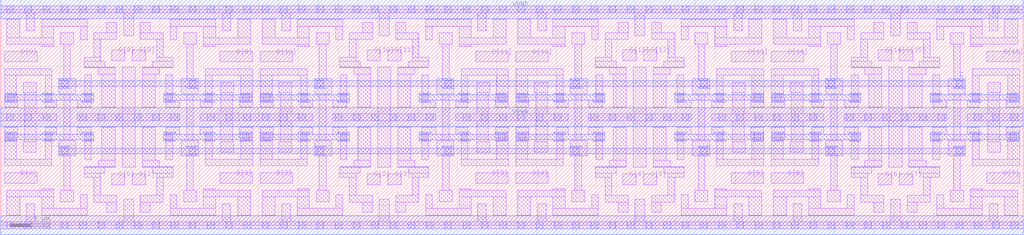
<source format=lef>
# Copyright 2020 The SkyWater PDK Authors
#
# Licensed under the Apache License, Version 2.0 (the "License");
# you may not use this file except in compliance with the License.
# You may obtain a copy of the License at
#
#     https://www.apache.org/licenses/LICENSE-2.0
#
# Unless required by applicable law or agreed to in writing, software
# distributed under the License is distributed on an "AS IS" BASIS,
# WITHOUT WARRANTIES OR CONDITIONS OF ANY KIND, either express or implied.
# See the License for the specific language governing permissions and
# limitations under the License.
#
# SPDX-License-Identifier: Apache-2.0

VERSION 5.7 ;
BUSBITCHARS "[]" ;
DIVIDERCHAR "/" ;
PROPERTYDEFINITIONS
  MACRO maskLayoutSubType STRING ;
  MACRO prCellType STRING ;
  MACRO originalViewName STRING ;
END PROPERTYDEFINITIONS
MACRO sky130_fd_sc_hdll__muxb16to1_2
  ORIGIN  0.000000  0.000000 ;
  CLASS CORE ;
  SYMMETRY X Y R90 ;
  SIZE  25.76000 BY  5.440000 ;
  SITE unithd ;
  PIN D[0]
    DIRECTION INPUT ;
    USE SIGNAL ;
    PORT
      LAYER li1 ;
        RECT 0.095000 1.055000 0.915000 1.325000 ;
    END
  END D[0]
  PIN D[1]
    DIRECTION INPUT ;
    USE SIGNAL ;
    PORT
      LAYER li1 ;
        RECT 5.525000 1.055000 6.345000 1.325000 ;
    END
  END D[1]
  PIN D[2]
    DIRECTION INPUT ;
    USE SIGNAL ;
    PORT
      LAYER li1 ;
        RECT 6.535000 1.055000 7.355000 1.325000 ;
    END
  END D[2]
  PIN D[3]
    DIRECTION INPUT ;
    USE SIGNAL ;
    PORT
      LAYER li1 ;
        RECT 11.965000 1.055000 12.785000 1.325000 ;
    END
  END D[3]
  PIN D[4]
    DIRECTION INPUT ;
    USE SIGNAL ;
    PORT
      LAYER li1 ;
        RECT 12.975000 1.055000 13.795000 1.325000 ;
    END
  END D[4]
  PIN D[5]
    DIRECTION INPUT ;
    USE SIGNAL ;
    PORT
      LAYER li1 ;
        RECT 18.405000 1.055000 19.225000 1.325000 ;
    END
  END D[5]
  PIN D[6]
    DIRECTION INPUT ;
    USE SIGNAL ;
    PORT
      LAYER li1 ;
        RECT 19.415000 1.055000 20.235000 1.325000 ;
    END
  END D[6]
  PIN D[7]
    DIRECTION INPUT ;
    USE SIGNAL ;
    PORT
      LAYER li1 ;
        RECT 24.845000 1.055000 25.665000 1.325000 ;
    END
  END D[7]
  PIN D[8]
    DIRECTION INPUT ;
    USE SIGNAL ;
    PORT
      LAYER li1 ;
        RECT 0.095000 4.115000 0.915000 4.385000 ;
    END
  END D[8]
  PIN D[9]
    DIRECTION INPUT ;
    USE SIGNAL ;
    PORT
      LAYER li1 ;
        RECT 5.525000 4.115000 6.345000 4.385000 ;
    END
  END D[9]
  PIN D[10]
    DIRECTION INPUT ;
    USE SIGNAL ;
    PORT
      LAYER li1 ;
        RECT 6.535000 4.115000 7.355000 4.385000 ;
    END
  END D[10]
  PIN D[11]
    DIRECTION INPUT ;
    USE SIGNAL ;
    PORT
      LAYER li1 ;
        RECT 11.965000 4.115000 12.785000 4.385000 ;
    END
  END D[11]
  PIN D[12]
    DIRECTION INPUT ;
    USE SIGNAL ;
    PORT
      LAYER li1 ;
        RECT 12.975000 4.115000 13.795000 4.385000 ;
    END
  END D[12]
  PIN D[13]
    DIRECTION INPUT ;
    USE SIGNAL ;
    PORT
      LAYER li1 ;
        RECT 18.405000 4.115000 19.225000 4.385000 ;
    END
  END D[13]
  PIN D[14]
    DIRECTION INPUT ;
    USE SIGNAL ;
    PORT
      LAYER li1 ;
        RECT 19.415000 4.115000 20.235000 4.385000 ;
    END
  END D[14]
  PIN D[15]
    DIRECTION INPUT ;
    USE SIGNAL ;
    PORT
      LAYER li1 ;
        RECT 24.845000 4.115000 25.665000 4.385000 ;
    END
  END D[15]
  PIN S[0]
    DIRECTION INPUT ;
    USE SIGNAL ;
    PORT
      LAYER li1 ;
        RECT 2.790000 1.025000 3.125000 1.295000 ;
    END
  END S[0]
  PIN S[1]
    DIRECTION INPUT ;
    USE SIGNAL ;
    PORT
      LAYER li1 ;
        RECT 3.315000 1.025000 3.650000 1.295000 ;
    END
  END S[1]
  PIN S[2]
    DIRECTION INPUT ;
    USE SIGNAL ;
    PORT
      LAYER li1 ;
        RECT 9.230000 1.025000 9.565000 1.295000 ;
    END
  END S[2]
  PIN S[3]
    DIRECTION INPUT ;
    USE SIGNAL ;
    PORT
      LAYER li1 ;
        RECT 9.755000 1.025000 10.090000 1.295000 ;
    END
  END S[3]
  PIN S[4]
    DIRECTION INPUT ;
    USE SIGNAL ;
    PORT
      LAYER li1 ;
        RECT 15.670000 1.025000 16.005000 1.295000 ;
    END
  END S[4]
  PIN S[5]
    DIRECTION INPUT ;
    USE SIGNAL ;
    PORT
      LAYER li1 ;
        RECT 16.195000 1.025000 16.530000 1.295000 ;
    END
  END S[5]
  PIN S[6]
    DIRECTION INPUT ;
    USE SIGNAL ;
    PORT
      LAYER li1 ;
        RECT 22.110000 1.025000 22.445000 1.295000 ;
    END
  END S[6]
  PIN S[7]
    DIRECTION INPUT ;
    USE SIGNAL ;
    PORT
      LAYER li1 ;
        RECT 22.635000 1.025000 22.970000 1.295000 ;
    END
  END S[7]
  PIN S[8]
    DIRECTION INPUT ;
    USE SIGNAL ;
    PORT
      LAYER li1 ;
        RECT 2.790000 4.145000 3.125000 4.415000 ;
    END
  END S[8]
  PIN S[9]
    DIRECTION INPUT ;
    USE SIGNAL ;
    PORT
      LAYER li1 ;
        RECT 3.315000 4.145000 3.650000 4.415000 ;
    END
  END S[9]
  PIN S[10]
    DIRECTION INPUT ;
    USE SIGNAL ;
    PORT
      LAYER li1 ;
        RECT 9.230000 4.145000 9.565000 4.415000 ;
    END
  END S[10]
  PIN S[11]
    DIRECTION INPUT ;
    USE SIGNAL ;
    PORT
      LAYER li1 ;
        RECT 9.755000 4.145000 10.090000 4.415000 ;
    END
  END S[11]
  PIN S[12]
    DIRECTION INPUT ;
    USE SIGNAL ;
    PORT
      LAYER li1 ;
        RECT 15.670000 4.145000 16.005000 4.415000 ;
    END
  END S[12]
  PIN S[13]
    DIRECTION INPUT ;
    USE SIGNAL ;
    PORT
      LAYER li1 ;
        RECT 16.195000 4.145000 16.530000 4.415000 ;
    END
  END S[13]
  PIN S[14]
    DIRECTION INPUT ;
    USE SIGNAL ;
    PORT
      LAYER li1 ;
        RECT 22.110000 4.145000 22.445000 4.415000 ;
    END
  END S[14]
  PIN S[15]
    DIRECTION INPUT ;
    USE SIGNAL ;
    PORT
      LAYER li1 ;
        RECT 22.635000 4.145000 22.970000 4.415000 ;
    END
  END S[15]
  PIN Z
    ANTENNADIFFAREA  1.992000 ;
    DIRECTION OUTPUT ;
    USE SIGNAL ;
    PORT
      LAYER met1 ;
        RECT  1.465000 1.755000  1.755000 1.800000 ;
        RECT  1.465000 1.800000 24.295000 1.940000 ;
        RECT  1.465000 1.940000  1.755000 1.985000 ;
        RECT  1.465000 3.455000  1.755000 3.500000 ;
        RECT  1.465000 3.500000 24.295000 3.640000 ;
        RECT  1.465000 3.640000  1.755000 3.685000 ;
        RECT  4.685000 1.755000  4.975000 1.800000 ;
        RECT  4.685000 1.940000  4.975000 1.985000 ;
        RECT  4.685000 3.455000  4.975000 3.500000 ;
        RECT  4.685000 3.640000  4.975000 3.685000 ;
        RECT  7.905000 1.755000  8.195000 1.800000 ;
        RECT  7.905000 1.940000  8.195000 1.985000 ;
        RECT  7.905000 3.455000  8.195000 3.500000 ;
        RECT  7.905000 3.640000  8.195000 3.685000 ;
        RECT 11.125000 1.755000 11.415000 1.800000 ;
        RECT 11.125000 1.940000 11.415000 1.985000 ;
        RECT 11.125000 3.455000 11.415000 3.500000 ;
        RECT 11.125000 3.640000 11.415000 3.685000 ;
        RECT 14.345000 1.755000 14.635000 1.800000 ;
        RECT 14.345000 1.940000 14.635000 1.985000 ;
        RECT 14.345000 3.455000 14.635000 3.500000 ;
        RECT 14.345000 3.640000 14.635000 3.685000 ;
        RECT 17.565000 1.755000 17.855000 1.800000 ;
        RECT 17.565000 1.940000 17.855000 1.985000 ;
        RECT 17.565000 3.455000 17.855000 3.500000 ;
        RECT 17.565000 3.640000 17.855000 3.685000 ;
        RECT 20.785000 1.755000 21.075000 1.800000 ;
        RECT 20.785000 1.940000 21.075000 1.985000 ;
        RECT 20.785000 3.455000 21.075000 3.500000 ;
        RECT 20.785000 3.640000 21.075000 3.685000 ;
        RECT 24.005000 1.755000 24.295000 1.800000 ;
        RECT 24.005000 1.940000 24.295000 1.985000 ;
        RECT 24.005000 3.455000 24.295000 3.500000 ;
        RECT 24.005000 3.640000 24.295000 3.685000 ;
    END
  END Z
  PIN VGND
    DIRECTION INOUT ;
    USE GROUND ;
    PORT
      LAYER met1 ;
        RECT 0.000000 -0.240000 25.760000 0.240000 ;
        RECT 0.000000  5.200000 25.760000 5.680000 ;
    END
  END VGND
  PIN VNB
    DIRECTION INOUT ;
    USE GROUND ;
    PORT
    END
  END VNB
  PIN VPB
    DIRECTION INOUT ;
    USE POWER ;
    PORT
    END
  END VPB
  PIN VPWR
    DIRECTION INOUT ;
    USE POWER ;
    PORT
      LAYER met1 ;
        RECT 0.000000 2.480000 25.760000 2.960000 ;
    END
  END VPWR
  OBS
    LAYER li1 ;
      RECT  0.000000 -0.085000 25.760000 0.085000 ;
      RECT  0.000000  2.635000  1.415000 2.805000 ;
      RECT  0.000000  5.355000 25.760000 5.525000 ;
      RECT  0.095000  1.495000  1.285000 1.665000 ;
      RECT  0.095000  1.665000  0.395000 2.210000 ;
      RECT  0.095000  2.210000  0.425000 2.465000 ;
      RECT  0.095000  2.975000  0.425000 3.230000 ;
      RECT  0.095000  3.230000  0.395000 3.775000 ;
      RECT  0.095000  3.775000  1.285000 3.945000 ;
      RECT  0.145000  0.255000  0.475000 0.715000 ;
      RECT  0.145000  0.715000  1.335000 0.885000 ;
      RECT  0.145000  4.555000  1.335000 4.725000 ;
      RECT  0.145000  4.725000  0.475000 5.185000 ;
      RECT  0.565000  1.835000  0.895000 2.105000 ;
      RECT  0.565000  3.335000  0.895000 3.605000 ;
      RECT  0.595000  2.105000  0.895000 2.635000 ;
      RECT  0.595000  2.805000  0.895000 3.335000 ;
      RECT  0.645000  0.085000  0.860000 0.545000 ;
      RECT  0.645000  4.895000  0.860000 5.355000 ;
      RECT  1.030000  0.255000  2.175000 0.425000 ;
      RECT  1.030000  0.425000  1.335000 0.715000 ;
      RECT  1.030000  0.885000  1.335000 0.925000 ;
      RECT  1.030000  4.515000  1.335000 4.555000 ;
      RECT  1.030000  4.725000  1.335000 5.015000 ;
      RECT  1.030000  5.015000  2.175000 5.185000 ;
      RECT  1.115000  1.665000  1.285000 2.295000 ;
      RECT  1.115000  2.295000  1.415000 2.465000 ;
      RECT  1.115000  2.975000  1.415000 3.145000 ;
      RECT  1.115000  3.145000  1.285000 3.775000 ;
      RECT  1.465000  1.755000  1.895000 2.125000 ;
      RECT  1.465000  3.315000  1.895000 3.685000 ;
      RECT  1.505000  0.595000  1.835000 0.885000 ;
      RECT  1.505000  4.555000  1.835000 4.845000 ;
      RECT  1.585000  0.885000  1.755000 1.755000 ;
      RECT  1.585000  2.125000  1.755000 3.315000 ;
      RECT  1.585000  3.685000  1.755000 4.555000 ;
      RECT  1.925000  2.295000  2.280000 2.465000 ;
      RECT  1.925000  2.635000  4.515000 2.805000 ;
      RECT  1.925000  2.975000  2.280000 3.145000 ;
      RECT  2.005000  0.425000  2.175000 0.770000 ;
      RECT  2.005000  4.670000  2.175000 5.015000 ;
      RECT  2.100000  1.205000  2.515000 1.305000 ;
      RECT  2.100000  1.305000  2.620000 1.465000 ;
      RECT  2.100000  1.465000  2.880000 1.475000 ;
      RECT  2.100000  3.965000  2.880000 3.975000 ;
      RECT  2.100000  3.975000  2.620000 4.135000 ;
      RECT  2.100000  4.135000  2.515000 4.235000 ;
      RECT  2.110000  1.645000  2.280000 2.295000 ;
      RECT  2.110000  3.145000  2.280000 3.795000 ;
      RECT  2.345000  0.585000  2.925000 0.755000 ;
      RECT  2.345000  0.755000  2.515000 1.205000 ;
      RECT  2.345000  4.235000  2.515000 4.685000 ;
      RECT  2.345000  4.685000  2.925000 4.855000 ;
      RECT  2.450000  1.475000  2.880000 1.635000 ;
      RECT  2.450000  3.805000  2.880000 3.965000 ;
      RECT  2.550000  1.635000  2.880000 2.465000 ;
      RECT  2.550000  2.975000  2.880000 3.805000 ;
      RECT  2.675000  0.330000  2.925000 0.585000 ;
      RECT  2.675000  4.855000  2.925000 5.110000 ;
      RECT  3.055000  1.465000  3.385000 2.635000 ;
      RECT  3.055000  2.805000  3.385000 3.975000 ;
      RECT  3.095000  0.085000  3.345000 0.660000 ;
      RECT  3.095000  4.780000  3.345000 5.355000 ;
      RECT  3.515000  0.330000  3.765000 0.585000 ;
      RECT  3.515000  0.585000  4.095000 0.755000 ;
      RECT  3.515000  4.685000  4.095000 4.855000 ;
      RECT  3.515000  4.855000  3.765000 5.110000 ;
      RECT  3.560000  1.465000  4.340000 1.475000 ;
      RECT  3.560000  1.475000  3.990000 1.635000 ;
      RECT  3.560000  1.635000  3.890000 2.465000 ;
      RECT  3.560000  2.975000  3.890000 3.805000 ;
      RECT  3.560000  3.805000  3.990000 3.965000 ;
      RECT  3.560000  3.965000  4.340000 3.975000 ;
      RECT  3.820000  1.305000  4.340000 1.465000 ;
      RECT  3.820000  3.975000  4.340000 4.135000 ;
      RECT  3.925000  0.755000  4.095000 1.205000 ;
      RECT  3.925000  1.205000  4.340000 1.305000 ;
      RECT  3.925000  4.135000  4.340000 4.235000 ;
      RECT  3.925000  4.235000  4.095000 4.685000 ;
      RECT  4.160000  1.645000  4.330000 2.295000 ;
      RECT  4.160000  2.295000  4.515000 2.465000 ;
      RECT  4.160000  2.975000  4.515000 3.145000 ;
      RECT  4.160000  3.145000  4.330000 3.795000 ;
      RECT  4.265000  0.255000  5.410000 0.425000 ;
      RECT  4.265000  0.425000  4.435000 0.770000 ;
      RECT  4.265000  4.670000  4.435000 5.015000 ;
      RECT  4.265000  5.015000  5.410000 5.185000 ;
      RECT  4.545000  1.755000  4.975000 2.125000 ;
      RECT  4.545000  3.315000  4.975000 3.685000 ;
      RECT  4.605000  0.595000  4.935000 0.885000 ;
      RECT  4.605000  4.555000  4.935000 4.845000 ;
      RECT  4.685000  0.885000  4.855000 1.755000 ;
      RECT  4.685000  2.125000  4.855000 3.315000 ;
      RECT  4.685000  3.685000  4.855000 4.555000 ;
      RECT  5.025000  2.295000  5.325000 2.465000 ;
      RECT  5.025000  2.635000  7.855000 2.805000 ;
      RECT  5.025000  2.975000  5.325000 3.145000 ;
      RECT  5.105000  0.425000  5.410000 0.715000 ;
      RECT  5.105000  0.715000  6.295000 0.885000 ;
      RECT  5.105000  0.885000  5.410000 0.925000 ;
      RECT  5.105000  4.515000  5.410000 4.555000 ;
      RECT  5.105000  4.555000  6.295000 4.725000 ;
      RECT  5.105000  4.725000  5.410000 5.015000 ;
      RECT  5.155000  1.495000  6.345000 1.665000 ;
      RECT  5.155000  1.665000  5.325000 2.295000 ;
      RECT  5.155000  3.145000  5.325000 3.775000 ;
      RECT  5.155000  3.775000  6.345000 3.945000 ;
      RECT  5.545000  1.835000  5.875000 2.105000 ;
      RECT  5.545000  2.105000  5.845000 2.635000 ;
      RECT  5.545000  2.805000  5.845000 3.335000 ;
      RECT  5.545000  3.335000  5.875000 3.605000 ;
      RECT  5.580000  0.085000  5.795000 0.545000 ;
      RECT  5.580000  4.895000  5.795000 5.355000 ;
      RECT  5.965000  0.255000  6.295000 0.715000 ;
      RECT  5.965000  4.725000  6.295000 5.185000 ;
      RECT  6.015000  2.210000  6.345000 2.465000 ;
      RECT  6.015000  2.975000  6.345000 3.230000 ;
      RECT  6.045000  1.665000  6.345000 2.210000 ;
      RECT  6.045000  3.230000  6.345000 3.775000 ;
      RECT  6.535000  1.495000  7.725000 1.665000 ;
      RECT  6.535000  1.665000  6.835000 2.210000 ;
      RECT  6.535000  2.210000  6.865000 2.465000 ;
      RECT  6.535000  2.975000  6.865000 3.230000 ;
      RECT  6.535000  3.230000  6.835000 3.775000 ;
      RECT  6.535000  3.775000  7.725000 3.945000 ;
      RECT  6.585000  0.255000  6.915000 0.715000 ;
      RECT  6.585000  0.715000  7.775000 0.885000 ;
      RECT  6.585000  4.555000  7.775000 4.725000 ;
      RECT  6.585000  4.725000  6.915000 5.185000 ;
      RECT  7.005000  1.835000  7.335000 2.105000 ;
      RECT  7.005000  3.335000  7.335000 3.605000 ;
      RECT  7.035000  2.105000  7.335000 2.635000 ;
      RECT  7.035000  2.805000  7.335000 3.335000 ;
      RECT  7.085000  0.085000  7.300000 0.545000 ;
      RECT  7.085000  4.895000  7.300000 5.355000 ;
      RECT  7.470000  0.255000  8.615000 0.425000 ;
      RECT  7.470000  0.425000  7.775000 0.715000 ;
      RECT  7.470000  0.885000  7.775000 0.925000 ;
      RECT  7.470000  4.515000  7.775000 4.555000 ;
      RECT  7.470000  4.725000  7.775000 5.015000 ;
      RECT  7.470000  5.015000  8.615000 5.185000 ;
      RECT  7.555000  1.665000  7.725000 2.295000 ;
      RECT  7.555000  2.295000  7.855000 2.465000 ;
      RECT  7.555000  2.975000  7.855000 3.145000 ;
      RECT  7.555000  3.145000  7.725000 3.775000 ;
      RECT  7.905000  1.755000  8.335000 2.125000 ;
      RECT  7.905000  3.315000  8.335000 3.685000 ;
      RECT  7.945000  0.595000  8.275000 0.885000 ;
      RECT  7.945000  4.555000  8.275000 4.845000 ;
      RECT  8.025000  0.885000  8.195000 1.755000 ;
      RECT  8.025000  2.125000  8.195000 3.315000 ;
      RECT  8.025000  3.685000  8.195000 4.555000 ;
      RECT  8.365000  2.295000  8.720000 2.465000 ;
      RECT  8.365000  2.635000 10.955000 2.805000 ;
      RECT  8.365000  2.975000  8.720000 3.145000 ;
      RECT  8.445000  0.425000  8.615000 0.770000 ;
      RECT  8.445000  4.670000  8.615000 5.015000 ;
      RECT  8.540000  1.205000  8.955000 1.305000 ;
      RECT  8.540000  1.305000  9.060000 1.465000 ;
      RECT  8.540000  1.465000  9.320000 1.475000 ;
      RECT  8.540000  3.965000  9.320000 3.975000 ;
      RECT  8.540000  3.975000  9.060000 4.135000 ;
      RECT  8.540000  4.135000  8.955000 4.235000 ;
      RECT  8.550000  1.645000  8.720000 2.295000 ;
      RECT  8.550000  3.145000  8.720000 3.795000 ;
      RECT  8.785000  0.585000  9.365000 0.755000 ;
      RECT  8.785000  0.755000  8.955000 1.205000 ;
      RECT  8.785000  4.235000  8.955000 4.685000 ;
      RECT  8.785000  4.685000  9.365000 4.855000 ;
      RECT  8.890000  1.475000  9.320000 1.635000 ;
      RECT  8.890000  3.805000  9.320000 3.965000 ;
      RECT  8.990000  1.635000  9.320000 2.465000 ;
      RECT  8.990000  2.975000  9.320000 3.805000 ;
      RECT  9.115000  0.330000  9.365000 0.585000 ;
      RECT  9.115000  4.855000  9.365000 5.110000 ;
      RECT  9.495000  1.465000  9.825000 2.635000 ;
      RECT  9.495000  2.805000  9.825000 3.975000 ;
      RECT  9.535000  0.085000  9.785000 0.660000 ;
      RECT  9.535000  4.780000  9.785000 5.355000 ;
      RECT  9.955000  0.330000 10.205000 0.585000 ;
      RECT  9.955000  0.585000 10.535000 0.755000 ;
      RECT  9.955000  4.685000 10.535000 4.855000 ;
      RECT  9.955000  4.855000 10.205000 5.110000 ;
      RECT 10.000000  1.465000 10.780000 1.475000 ;
      RECT 10.000000  1.475000 10.430000 1.635000 ;
      RECT 10.000000  1.635000 10.330000 2.465000 ;
      RECT 10.000000  2.975000 10.330000 3.805000 ;
      RECT 10.000000  3.805000 10.430000 3.965000 ;
      RECT 10.000000  3.965000 10.780000 3.975000 ;
      RECT 10.260000  1.305000 10.780000 1.465000 ;
      RECT 10.260000  3.975000 10.780000 4.135000 ;
      RECT 10.365000  0.755000 10.535000 1.205000 ;
      RECT 10.365000  1.205000 10.780000 1.305000 ;
      RECT 10.365000  4.135000 10.780000 4.235000 ;
      RECT 10.365000  4.235000 10.535000 4.685000 ;
      RECT 10.600000  1.645000 10.770000 2.295000 ;
      RECT 10.600000  2.295000 10.955000 2.465000 ;
      RECT 10.600000  2.975000 10.955000 3.145000 ;
      RECT 10.600000  3.145000 10.770000 3.795000 ;
      RECT 10.705000  0.255000 11.850000 0.425000 ;
      RECT 10.705000  0.425000 10.875000 0.770000 ;
      RECT 10.705000  4.670000 10.875000 5.015000 ;
      RECT 10.705000  5.015000 11.850000 5.185000 ;
      RECT 10.985000  1.755000 11.415000 2.125000 ;
      RECT 10.985000  3.315000 11.415000 3.685000 ;
      RECT 11.045000  0.595000 11.375000 0.885000 ;
      RECT 11.045000  4.555000 11.375000 4.845000 ;
      RECT 11.125000  0.885000 11.295000 1.755000 ;
      RECT 11.125000  2.125000 11.295000 3.315000 ;
      RECT 11.125000  3.685000 11.295000 4.555000 ;
      RECT 11.465000  2.295000 11.765000 2.465000 ;
      RECT 11.465000  2.635000 14.295000 2.805000 ;
      RECT 11.465000  2.975000 11.765000 3.145000 ;
      RECT 11.545000  0.425000 11.850000 0.715000 ;
      RECT 11.545000  0.715000 12.735000 0.885000 ;
      RECT 11.545000  0.885000 11.850000 0.925000 ;
      RECT 11.545000  4.515000 11.850000 4.555000 ;
      RECT 11.545000  4.555000 12.735000 4.725000 ;
      RECT 11.545000  4.725000 11.850000 5.015000 ;
      RECT 11.595000  1.495000 12.785000 1.665000 ;
      RECT 11.595000  1.665000 11.765000 2.295000 ;
      RECT 11.595000  3.145000 11.765000 3.775000 ;
      RECT 11.595000  3.775000 12.785000 3.945000 ;
      RECT 11.985000  1.835000 12.315000 2.105000 ;
      RECT 11.985000  2.105000 12.285000 2.635000 ;
      RECT 11.985000  2.805000 12.285000 3.335000 ;
      RECT 11.985000  3.335000 12.315000 3.605000 ;
      RECT 12.020000  0.085000 12.235000 0.545000 ;
      RECT 12.020000  4.895000 12.235000 5.355000 ;
      RECT 12.405000  0.255000 12.735000 0.715000 ;
      RECT 12.405000  4.725000 12.735000 5.185000 ;
      RECT 12.455000  2.210000 12.785000 2.465000 ;
      RECT 12.455000  2.975000 12.785000 3.230000 ;
      RECT 12.485000  1.665000 12.785000 2.210000 ;
      RECT 12.485000  3.230000 12.785000 3.775000 ;
      RECT 12.975000  1.495000 14.165000 1.665000 ;
      RECT 12.975000  1.665000 13.275000 2.210000 ;
      RECT 12.975000  2.210000 13.305000 2.465000 ;
      RECT 12.975000  2.975000 13.305000 3.230000 ;
      RECT 12.975000  3.230000 13.275000 3.775000 ;
      RECT 12.975000  3.775000 14.165000 3.945000 ;
      RECT 13.025000  0.255000 13.355000 0.715000 ;
      RECT 13.025000  0.715000 14.215000 0.885000 ;
      RECT 13.025000  4.555000 14.215000 4.725000 ;
      RECT 13.025000  4.725000 13.355000 5.185000 ;
      RECT 13.445000  1.835000 13.775000 2.105000 ;
      RECT 13.445000  3.335000 13.775000 3.605000 ;
      RECT 13.475000  2.105000 13.775000 2.635000 ;
      RECT 13.475000  2.805000 13.775000 3.335000 ;
      RECT 13.525000  0.085000 13.740000 0.545000 ;
      RECT 13.525000  4.895000 13.740000 5.355000 ;
      RECT 13.910000  0.255000 15.055000 0.425000 ;
      RECT 13.910000  0.425000 14.215000 0.715000 ;
      RECT 13.910000  0.885000 14.215000 0.925000 ;
      RECT 13.910000  4.515000 14.215000 4.555000 ;
      RECT 13.910000  4.725000 14.215000 5.015000 ;
      RECT 13.910000  5.015000 15.055000 5.185000 ;
      RECT 13.995000  1.665000 14.165000 2.295000 ;
      RECT 13.995000  2.295000 14.295000 2.465000 ;
      RECT 13.995000  2.975000 14.295000 3.145000 ;
      RECT 13.995000  3.145000 14.165000 3.775000 ;
      RECT 14.345000  1.755000 14.775000 2.125000 ;
      RECT 14.345000  3.315000 14.775000 3.685000 ;
      RECT 14.385000  0.595000 14.715000 0.885000 ;
      RECT 14.385000  4.555000 14.715000 4.845000 ;
      RECT 14.465000  0.885000 14.635000 1.755000 ;
      RECT 14.465000  2.125000 14.635000 3.315000 ;
      RECT 14.465000  3.685000 14.635000 4.555000 ;
      RECT 14.805000  2.295000 15.160000 2.465000 ;
      RECT 14.805000  2.635000 17.395000 2.805000 ;
      RECT 14.805000  2.975000 15.160000 3.145000 ;
      RECT 14.885000  0.425000 15.055000 0.770000 ;
      RECT 14.885000  4.670000 15.055000 5.015000 ;
      RECT 14.980000  1.205000 15.395000 1.305000 ;
      RECT 14.980000  1.305000 15.500000 1.465000 ;
      RECT 14.980000  1.465000 15.760000 1.475000 ;
      RECT 14.980000  3.965000 15.760000 3.975000 ;
      RECT 14.980000  3.975000 15.500000 4.135000 ;
      RECT 14.980000  4.135000 15.395000 4.235000 ;
      RECT 14.990000  1.645000 15.160000 2.295000 ;
      RECT 14.990000  3.145000 15.160000 3.795000 ;
      RECT 15.225000  0.585000 15.805000 0.755000 ;
      RECT 15.225000  0.755000 15.395000 1.205000 ;
      RECT 15.225000  4.235000 15.395000 4.685000 ;
      RECT 15.225000  4.685000 15.805000 4.855000 ;
      RECT 15.330000  1.475000 15.760000 1.635000 ;
      RECT 15.330000  3.805000 15.760000 3.965000 ;
      RECT 15.430000  1.635000 15.760000 2.465000 ;
      RECT 15.430000  2.975000 15.760000 3.805000 ;
      RECT 15.555000  0.330000 15.805000 0.585000 ;
      RECT 15.555000  4.855000 15.805000 5.110000 ;
      RECT 15.935000  1.465000 16.265000 2.635000 ;
      RECT 15.935000  2.805000 16.265000 3.975000 ;
      RECT 15.975000  0.085000 16.225000 0.660000 ;
      RECT 15.975000  4.780000 16.225000 5.355000 ;
      RECT 16.395000  0.330000 16.645000 0.585000 ;
      RECT 16.395000  0.585000 16.975000 0.755000 ;
      RECT 16.395000  4.685000 16.975000 4.855000 ;
      RECT 16.395000  4.855000 16.645000 5.110000 ;
      RECT 16.440000  1.465000 17.220000 1.475000 ;
      RECT 16.440000  1.475000 16.870000 1.635000 ;
      RECT 16.440000  1.635000 16.770000 2.465000 ;
      RECT 16.440000  2.975000 16.770000 3.805000 ;
      RECT 16.440000  3.805000 16.870000 3.965000 ;
      RECT 16.440000  3.965000 17.220000 3.975000 ;
      RECT 16.700000  1.305000 17.220000 1.465000 ;
      RECT 16.700000  3.975000 17.220000 4.135000 ;
      RECT 16.805000  0.755000 16.975000 1.205000 ;
      RECT 16.805000  1.205000 17.220000 1.305000 ;
      RECT 16.805000  4.135000 17.220000 4.235000 ;
      RECT 16.805000  4.235000 16.975000 4.685000 ;
      RECT 17.040000  1.645000 17.210000 2.295000 ;
      RECT 17.040000  2.295000 17.395000 2.465000 ;
      RECT 17.040000  2.975000 17.395000 3.145000 ;
      RECT 17.040000  3.145000 17.210000 3.795000 ;
      RECT 17.145000  0.255000 18.290000 0.425000 ;
      RECT 17.145000  0.425000 17.315000 0.770000 ;
      RECT 17.145000  4.670000 17.315000 5.015000 ;
      RECT 17.145000  5.015000 18.290000 5.185000 ;
      RECT 17.425000  1.755000 17.855000 2.125000 ;
      RECT 17.425000  3.315000 17.855000 3.685000 ;
      RECT 17.485000  0.595000 17.815000 0.885000 ;
      RECT 17.485000  4.555000 17.815000 4.845000 ;
      RECT 17.565000  0.885000 17.735000 1.755000 ;
      RECT 17.565000  2.125000 17.735000 3.315000 ;
      RECT 17.565000  3.685000 17.735000 4.555000 ;
      RECT 17.905000  2.295000 18.205000 2.465000 ;
      RECT 17.905000  2.635000 20.735000 2.805000 ;
      RECT 17.905000  2.975000 18.205000 3.145000 ;
      RECT 17.985000  0.425000 18.290000 0.715000 ;
      RECT 17.985000  0.715000 19.175000 0.885000 ;
      RECT 17.985000  0.885000 18.290000 0.925000 ;
      RECT 17.985000  4.515000 18.290000 4.555000 ;
      RECT 17.985000  4.555000 19.175000 4.725000 ;
      RECT 17.985000  4.725000 18.290000 5.015000 ;
      RECT 18.035000  1.495000 19.225000 1.665000 ;
      RECT 18.035000  1.665000 18.205000 2.295000 ;
      RECT 18.035000  3.145000 18.205000 3.775000 ;
      RECT 18.035000  3.775000 19.225000 3.945000 ;
      RECT 18.425000  1.835000 18.755000 2.105000 ;
      RECT 18.425000  2.105000 18.725000 2.635000 ;
      RECT 18.425000  2.805000 18.725000 3.335000 ;
      RECT 18.425000  3.335000 18.755000 3.605000 ;
      RECT 18.460000  0.085000 18.675000 0.545000 ;
      RECT 18.460000  4.895000 18.675000 5.355000 ;
      RECT 18.845000  0.255000 19.175000 0.715000 ;
      RECT 18.845000  4.725000 19.175000 5.185000 ;
      RECT 18.895000  2.210000 19.225000 2.465000 ;
      RECT 18.895000  2.975000 19.225000 3.230000 ;
      RECT 18.925000  1.665000 19.225000 2.210000 ;
      RECT 18.925000  3.230000 19.225000 3.775000 ;
      RECT 19.415000  1.495000 20.605000 1.665000 ;
      RECT 19.415000  1.665000 19.715000 2.210000 ;
      RECT 19.415000  2.210000 19.745000 2.465000 ;
      RECT 19.415000  2.975000 19.745000 3.230000 ;
      RECT 19.415000  3.230000 19.715000 3.775000 ;
      RECT 19.415000  3.775000 20.605000 3.945000 ;
      RECT 19.465000  0.255000 19.795000 0.715000 ;
      RECT 19.465000  0.715000 20.655000 0.885000 ;
      RECT 19.465000  4.555000 20.655000 4.725000 ;
      RECT 19.465000  4.725000 19.795000 5.185000 ;
      RECT 19.885000  1.835000 20.215000 2.105000 ;
      RECT 19.885000  3.335000 20.215000 3.605000 ;
      RECT 19.915000  2.105000 20.215000 2.635000 ;
      RECT 19.915000  2.805000 20.215000 3.335000 ;
      RECT 19.965000  0.085000 20.180000 0.545000 ;
      RECT 19.965000  4.895000 20.180000 5.355000 ;
      RECT 20.350000  0.255000 21.495000 0.425000 ;
      RECT 20.350000  0.425000 20.655000 0.715000 ;
      RECT 20.350000  0.885000 20.655000 0.925000 ;
      RECT 20.350000  4.515000 20.655000 4.555000 ;
      RECT 20.350000  4.725000 20.655000 5.015000 ;
      RECT 20.350000  5.015000 21.495000 5.185000 ;
      RECT 20.435000  1.665000 20.605000 2.295000 ;
      RECT 20.435000  2.295000 20.735000 2.465000 ;
      RECT 20.435000  2.975000 20.735000 3.145000 ;
      RECT 20.435000  3.145000 20.605000 3.775000 ;
      RECT 20.785000  1.755000 21.215000 2.125000 ;
      RECT 20.785000  3.315000 21.215000 3.685000 ;
      RECT 20.825000  0.595000 21.155000 0.885000 ;
      RECT 20.825000  4.555000 21.155000 4.845000 ;
      RECT 20.905000  0.885000 21.075000 1.755000 ;
      RECT 20.905000  2.125000 21.075000 3.315000 ;
      RECT 20.905000  3.685000 21.075000 4.555000 ;
      RECT 21.245000  2.295000 21.600000 2.465000 ;
      RECT 21.245000  2.635000 23.835000 2.805000 ;
      RECT 21.245000  2.975000 21.600000 3.145000 ;
      RECT 21.325000  0.425000 21.495000 0.770000 ;
      RECT 21.325000  4.670000 21.495000 5.015000 ;
      RECT 21.420000  1.205000 21.835000 1.305000 ;
      RECT 21.420000  1.305000 21.940000 1.465000 ;
      RECT 21.420000  1.465000 22.200000 1.475000 ;
      RECT 21.420000  3.965000 22.200000 3.975000 ;
      RECT 21.420000  3.975000 21.940000 4.135000 ;
      RECT 21.420000  4.135000 21.835000 4.235000 ;
      RECT 21.430000  1.645000 21.600000 2.295000 ;
      RECT 21.430000  3.145000 21.600000 3.795000 ;
      RECT 21.665000  0.585000 22.245000 0.755000 ;
      RECT 21.665000  0.755000 21.835000 1.205000 ;
      RECT 21.665000  4.235000 21.835000 4.685000 ;
      RECT 21.665000  4.685000 22.245000 4.855000 ;
      RECT 21.770000  1.475000 22.200000 1.635000 ;
      RECT 21.770000  3.805000 22.200000 3.965000 ;
      RECT 21.870000  1.635000 22.200000 2.465000 ;
      RECT 21.870000  2.975000 22.200000 3.805000 ;
      RECT 21.995000  0.330000 22.245000 0.585000 ;
      RECT 21.995000  4.855000 22.245000 5.110000 ;
      RECT 22.375000  1.465000 22.705000 2.635000 ;
      RECT 22.375000  2.805000 22.705000 3.975000 ;
      RECT 22.415000  0.085000 22.665000 0.660000 ;
      RECT 22.415000  4.780000 22.665000 5.355000 ;
      RECT 22.835000  0.330000 23.085000 0.585000 ;
      RECT 22.835000  0.585000 23.415000 0.755000 ;
      RECT 22.835000  4.685000 23.415000 4.855000 ;
      RECT 22.835000  4.855000 23.085000 5.110000 ;
      RECT 22.880000  1.465000 23.660000 1.475000 ;
      RECT 22.880000  1.475000 23.310000 1.635000 ;
      RECT 22.880000  1.635000 23.210000 2.465000 ;
      RECT 22.880000  2.975000 23.210000 3.805000 ;
      RECT 22.880000  3.805000 23.310000 3.965000 ;
      RECT 22.880000  3.965000 23.660000 3.975000 ;
      RECT 23.140000  1.305000 23.660000 1.465000 ;
      RECT 23.140000  3.975000 23.660000 4.135000 ;
      RECT 23.245000  0.755000 23.415000 1.205000 ;
      RECT 23.245000  1.205000 23.660000 1.305000 ;
      RECT 23.245000  4.135000 23.660000 4.235000 ;
      RECT 23.245000  4.235000 23.415000 4.685000 ;
      RECT 23.480000  1.645000 23.650000 2.295000 ;
      RECT 23.480000  2.295000 23.835000 2.465000 ;
      RECT 23.480000  2.975000 23.835000 3.145000 ;
      RECT 23.480000  3.145000 23.650000 3.795000 ;
      RECT 23.585000  0.255000 24.730000 0.425000 ;
      RECT 23.585000  0.425000 23.755000 0.770000 ;
      RECT 23.585000  4.670000 23.755000 5.015000 ;
      RECT 23.585000  5.015000 24.730000 5.185000 ;
      RECT 23.865000  1.755000 24.295000 2.125000 ;
      RECT 23.865000  3.315000 24.295000 3.685000 ;
      RECT 23.925000  0.595000 24.255000 0.885000 ;
      RECT 23.925000  4.555000 24.255000 4.845000 ;
      RECT 24.005000  0.885000 24.175000 1.755000 ;
      RECT 24.005000  2.125000 24.175000 3.315000 ;
      RECT 24.005000  3.685000 24.175000 4.555000 ;
      RECT 24.345000  2.295000 24.645000 2.465000 ;
      RECT 24.345000  2.635000 25.760000 2.805000 ;
      RECT 24.345000  2.975000 24.645000 3.145000 ;
      RECT 24.425000  0.425000 24.730000 0.715000 ;
      RECT 24.425000  0.715000 25.615000 0.885000 ;
      RECT 24.425000  0.885000 24.730000 0.925000 ;
      RECT 24.425000  4.515000 24.730000 4.555000 ;
      RECT 24.425000  4.555000 25.615000 4.725000 ;
      RECT 24.425000  4.725000 24.730000 5.015000 ;
      RECT 24.475000  1.495000 25.665000 1.665000 ;
      RECT 24.475000  1.665000 24.645000 2.295000 ;
      RECT 24.475000  3.145000 24.645000 3.775000 ;
      RECT 24.475000  3.775000 25.665000 3.945000 ;
      RECT 24.865000  1.835000 25.195000 2.105000 ;
      RECT 24.865000  2.105000 25.165000 2.635000 ;
      RECT 24.865000  2.805000 25.165000 3.335000 ;
      RECT 24.865000  3.335000 25.195000 3.605000 ;
      RECT 24.900000  0.085000 25.115000 0.545000 ;
      RECT 24.900000  4.895000 25.115000 5.355000 ;
      RECT 25.285000  0.255000 25.615000 0.715000 ;
      RECT 25.285000  4.725000 25.615000 5.185000 ;
      RECT 25.335000  2.210000 25.665000 2.465000 ;
      RECT 25.335000  2.975000 25.665000 3.230000 ;
      RECT 25.365000  1.665000 25.665000 2.210000 ;
      RECT 25.365000  3.230000 25.665000 3.775000 ;
    LAYER mcon ;
      RECT  0.145000 -0.085000  0.315000 0.085000 ;
      RECT  0.145000  2.635000  0.315000 2.805000 ;
      RECT  0.145000  5.355000  0.315000 5.525000 ;
      RECT  0.175000  2.140000  0.345000 2.310000 ;
      RECT  0.175000  3.130000  0.345000 3.300000 ;
      RECT  0.605000 -0.085000  0.775000 0.085000 ;
      RECT  0.605000  2.635000  0.775000 2.805000 ;
      RECT  0.605000  5.355000  0.775000 5.525000 ;
      RECT  1.065000 -0.085000  1.235000 0.085000 ;
      RECT  1.065000  2.635000  1.235000 2.805000 ;
      RECT  1.065000  5.355000  1.235000 5.525000 ;
      RECT  1.115000  2.140000  1.285000 2.310000 ;
      RECT  1.115000  3.130000  1.285000 3.300000 ;
      RECT  1.525000 -0.085000  1.695000 0.085000 ;
      RECT  1.525000  1.785000  1.695000 1.955000 ;
      RECT  1.525000  3.485000  1.695000 3.655000 ;
      RECT  1.525000  5.355000  1.695000 5.525000 ;
      RECT  1.985000 -0.085000  2.155000 0.085000 ;
      RECT  1.985000  2.635000  2.155000 2.805000 ;
      RECT  1.985000  5.355000  2.155000 5.525000 ;
      RECT  2.110000  2.140000  2.280000 2.310000 ;
      RECT  2.110000  3.130000  2.280000 3.300000 ;
      RECT  2.445000 -0.085000  2.615000 0.085000 ;
      RECT  2.445000  2.635000  2.615000 2.805000 ;
      RECT  2.445000  5.355000  2.615000 5.525000 ;
      RECT  2.905000 -0.085000  3.075000 0.085000 ;
      RECT  2.905000  2.635000  3.075000 2.805000 ;
      RECT  2.905000  5.355000  3.075000 5.525000 ;
      RECT  3.365000 -0.085000  3.535000 0.085000 ;
      RECT  3.365000  2.635000  3.535000 2.805000 ;
      RECT  3.365000  5.355000  3.535000 5.525000 ;
      RECT  3.825000 -0.085000  3.995000 0.085000 ;
      RECT  3.825000  2.635000  3.995000 2.805000 ;
      RECT  3.825000  5.355000  3.995000 5.525000 ;
      RECT  4.160000  2.140000  4.330000 2.310000 ;
      RECT  4.160000  3.130000  4.330000 3.300000 ;
      RECT  4.285000 -0.085000  4.455000 0.085000 ;
      RECT  4.285000  2.635000  4.455000 2.805000 ;
      RECT  4.285000  5.355000  4.455000 5.525000 ;
      RECT  4.745000 -0.085000  4.915000 0.085000 ;
      RECT  4.745000  1.785000  4.915000 1.955000 ;
      RECT  4.745000  3.485000  4.915000 3.655000 ;
      RECT  4.745000  5.355000  4.915000 5.525000 ;
      RECT  5.155000  2.140000  5.325000 2.310000 ;
      RECT  5.155000  3.130000  5.325000 3.300000 ;
      RECT  5.205000 -0.085000  5.375000 0.085000 ;
      RECT  5.205000  2.635000  5.375000 2.805000 ;
      RECT  5.205000  5.355000  5.375000 5.525000 ;
      RECT  5.665000 -0.085000  5.835000 0.085000 ;
      RECT  5.665000  2.635000  5.835000 2.805000 ;
      RECT  5.665000  5.355000  5.835000 5.525000 ;
      RECT  6.095000  2.140000  6.265000 2.310000 ;
      RECT  6.095000  3.130000  6.265000 3.300000 ;
      RECT  6.125000 -0.085000  6.295000 0.085000 ;
      RECT  6.125000  2.635000  6.295000 2.805000 ;
      RECT  6.125000  5.355000  6.295000 5.525000 ;
      RECT  6.585000 -0.085000  6.755000 0.085000 ;
      RECT  6.585000  2.635000  6.755000 2.805000 ;
      RECT  6.585000  5.355000  6.755000 5.525000 ;
      RECT  6.615000  2.140000  6.785000 2.310000 ;
      RECT  6.615000  3.130000  6.785000 3.300000 ;
      RECT  7.045000 -0.085000  7.215000 0.085000 ;
      RECT  7.045000  2.635000  7.215000 2.805000 ;
      RECT  7.045000  5.355000  7.215000 5.525000 ;
      RECT  7.505000 -0.085000  7.675000 0.085000 ;
      RECT  7.505000  2.635000  7.675000 2.805000 ;
      RECT  7.505000  5.355000  7.675000 5.525000 ;
      RECT  7.555000  2.140000  7.725000 2.310000 ;
      RECT  7.555000  3.130000  7.725000 3.300000 ;
      RECT  7.965000 -0.085000  8.135000 0.085000 ;
      RECT  7.965000  1.785000  8.135000 1.955000 ;
      RECT  7.965000  3.485000  8.135000 3.655000 ;
      RECT  7.965000  5.355000  8.135000 5.525000 ;
      RECT  8.425000 -0.085000  8.595000 0.085000 ;
      RECT  8.425000  2.635000  8.595000 2.805000 ;
      RECT  8.425000  5.355000  8.595000 5.525000 ;
      RECT  8.550000  2.140000  8.720000 2.310000 ;
      RECT  8.550000  3.130000  8.720000 3.300000 ;
      RECT  8.885000 -0.085000  9.055000 0.085000 ;
      RECT  8.885000  2.635000  9.055000 2.805000 ;
      RECT  8.885000  5.355000  9.055000 5.525000 ;
      RECT  9.345000 -0.085000  9.515000 0.085000 ;
      RECT  9.345000  2.635000  9.515000 2.805000 ;
      RECT  9.345000  5.355000  9.515000 5.525000 ;
      RECT  9.805000 -0.085000  9.975000 0.085000 ;
      RECT  9.805000  2.635000  9.975000 2.805000 ;
      RECT  9.805000  5.355000  9.975000 5.525000 ;
      RECT 10.265000 -0.085000 10.435000 0.085000 ;
      RECT 10.265000  2.635000 10.435000 2.805000 ;
      RECT 10.265000  5.355000 10.435000 5.525000 ;
      RECT 10.600000  2.140000 10.770000 2.310000 ;
      RECT 10.600000  3.130000 10.770000 3.300000 ;
      RECT 10.725000 -0.085000 10.895000 0.085000 ;
      RECT 10.725000  2.635000 10.895000 2.805000 ;
      RECT 10.725000  5.355000 10.895000 5.525000 ;
      RECT 11.185000 -0.085000 11.355000 0.085000 ;
      RECT 11.185000  1.785000 11.355000 1.955000 ;
      RECT 11.185000  3.485000 11.355000 3.655000 ;
      RECT 11.185000  5.355000 11.355000 5.525000 ;
      RECT 11.595000  2.140000 11.765000 2.310000 ;
      RECT 11.595000  3.130000 11.765000 3.300000 ;
      RECT 11.645000 -0.085000 11.815000 0.085000 ;
      RECT 11.645000  2.635000 11.815000 2.805000 ;
      RECT 11.645000  5.355000 11.815000 5.525000 ;
      RECT 12.105000 -0.085000 12.275000 0.085000 ;
      RECT 12.105000  2.635000 12.275000 2.805000 ;
      RECT 12.105000  5.355000 12.275000 5.525000 ;
      RECT 12.535000  2.140000 12.705000 2.310000 ;
      RECT 12.535000  3.130000 12.705000 3.300000 ;
      RECT 12.565000 -0.085000 12.735000 0.085000 ;
      RECT 12.565000  2.635000 12.735000 2.805000 ;
      RECT 12.565000  5.355000 12.735000 5.525000 ;
      RECT 13.025000 -0.085000 13.195000 0.085000 ;
      RECT 13.025000  2.635000 13.195000 2.805000 ;
      RECT 13.025000  5.355000 13.195000 5.525000 ;
      RECT 13.055000  2.140000 13.225000 2.310000 ;
      RECT 13.055000  3.130000 13.225000 3.300000 ;
      RECT 13.485000 -0.085000 13.655000 0.085000 ;
      RECT 13.485000  2.635000 13.655000 2.805000 ;
      RECT 13.485000  5.355000 13.655000 5.525000 ;
      RECT 13.945000 -0.085000 14.115000 0.085000 ;
      RECT 13.945000  2.635000 14.115000 2.805000 ;
      RECT 13.945000  5.355000 14.115000 5.525000 ;
      RECT 13.995000  2.140000 14.165000 2.310000 ;
      RECT 13.995000  3.130000 14.165000 3.300000 ;
      RECT 14.405000 -0.085000 14.575000 0.085000 ;
      RECT 14.405000  1.785000 14.575000 1.955000 ;
      RECT 14.405000  3.485000 14.575000 3.655000 ;
      RECT 14.405000  5.355000 14.575000 5.525000 ;
      RECT 14.865000 -0.085000 15.035000 0.085000 ;
      RECT 14.865000  2.635000 15.035000 2.805000 ;
      RECT 14.865000  5.355000 15.035000 5.525000 ;
      RECT 14.990000  2.140000 15.160000 2.310000 ;
      RECT 14.990000  3.130000 15.160000 3.300000 ;
      RECT 15.325000 -0.085000 15.495000 0.085000 ;
      RECT 15.325000  2.635000 15.495000 2.805000 ;
      RECT 15.325000  5.355000 15.495000 5.525000 ;
      RECT 15.785000 -0.085000 15.955000 0.085000 ;
      RECT 15.785000  2.635000 15.955000 2.805000 ;
      RECT 15.785000  5.355000 15.955000 5.525000 ;
      RECT 16.245000 -0.085000 16.415000 0.085000 ;
      RECT 16.245000  2.635000 16.415000 2.805000 ;
      RECT 16.245000  5.355000 16.415000 5.525000 ;
      RECT 16.705000 -0.085000 16.875000 0.085000 ;
      RECT 16.705000  2.635000 16.875000 2.805000 ;
      RECT 16.705000  5.355000 16.875000 5.525000 ;
      RECT 17.040000  2.140000 17.210000 2.310000 ;
      RECT 17.040000  3.130000 17.210000 3.300000 ;
      RECT 17.165000 -0.085000 17.335000 0.085000 ;
      RECT 17.165000  2.635000 17.335000 2.805000 ;
      RECT 17.165000  5.355000 17.335000 5.525000 ;
      RECT 17.625000 -0.085000 17.795000 0.085000 ;
      RECT 17.625000  1.785000 17.795000 1.955000 ;
      RECT 17.625000  3.485000 17.795000 3.655000 ;
      RECT 17.625000  5.355000 17.795000 5.525000 ;
      RECT 18.035000  2.140000 18.205000 2.310000 ;
      RECT 18.035000  3.130000 18.205000 3.300000 ;
      RECT 18.085000 -0.085000 18.255000 0.085000 ;
      RECT 18.085000  2.635000 18.255000 2.805000 ;
      RECT 18.085000  5.355000 18.255000 5.525000 ;
      RECT 18.545000 -0.085000 18.715000 0.085000 ;
      RECT 18.545000  2.635000 18.715000 2.805000 ;
      RECT 18.545000  5.355000 18.715000 5.525000 ;
      RECT 18.975000  2.140000 19.145000 2.310000 ;
      RECT 18.975000  3.130000 19.145000 3.300000 ;
      RECT 19.005000 -0.085000 19.175000 0.085000 ;
      RECT 19.005000  2.635000 19.175000 2.805000 ;
      RECT 19.005000  5.355000 19.175000 5.525000 ;
      RECT 19.465000 -0.085000 19.635000 0.085000 ;
      RECT 19.465000  2.635000 19.635000 2.805000 ;
      RECT 19.465000  5.355000 19.635000 5.525000 ;
      RECT 19.495000  2.140000 19.665000 2.310000 ;
      RECT 19.495000  3.130000 19.665000 3.300000 ;
      RECT 19.925000 -0.085000 20.095000 0.085000 ;
      RECT 19.925000  2.635000 20.095000 2.805000 ;
      RECT 19.925000  5.355000 20.095000 5.525000 ;
      RECT 20.385000 -0.085000 20.555000 0.085000 ;
      RECT 20.385000  2.635000 20.555000 2.805000 ;
      RECT 20.385000  5.355000 20.555000 5.525000 ;
      RECT 20.435000  2.140000 20.605000 2.310000 ;
      RECT 20.435000  3.130000 20.605000 3.300000 ;
      RECT 20.845000 -0.085000 21.015000 0.085000 ;
      RECT 20.845000  1.785000 21.015000 1.955000 ;
      RECT 20.845000  3.485000 21.015000 3.655000 ;
      RECT 20.845000  5.355000 21.015000 5.525000 ;
      RECT 21.305000 -0.085000 21.475000 0.085000 ;
      RECT 21.305000  2.635000 21.475000 2.805000 ;
      RECT 21.305000  5.355000 21.475000 5.525000 ;
      RECT 21.430000  2.140000 21.600000 2.310000 ;
      RECT 21.430000  3.130000 21.600000 3.300000 ;
      RECT 21.765000 -0.085000 21.935000 0.085000 ;
      RECT 21.765000  2.635000 21.935000 2.805000 ;
      RECT 21.765000  5.355000 21.935000 5.525000 ;
      RECT 22.225000 -0.085000 22.395000 0.085000 ;
      RECT 22.225000  2.635000 22.395000 2.805000 ;
      RECT 22.225000  5.355000 22.395000 5.525000 ;
      RECT 22.685000 -0.085000 22.855000 0.085000 ;
      RECT 22.685000  2.635000 22.855000 2.805000 ;
      RECT 22.685000  5.355000 22.855000 5.525000 ;
      RECT 23.145000 -0.085000 23.315000 0.085000 ;
      RECT 23.145000  2.635000 23.315000 2.805000 ;
      RECT 23.145000  5.355000 23.315000 5.525000 ;
      RECT 23.480000  2.140000 23.650000 2.310000 ;
      RECT 23.480000  3.130000 23.650000 3.300000 ;
      RECT 23.605000 -0.085000 23.775000 0.085000 ;
      RECT 23.605000  2.635000 23.775000 2.805000 ;
      RECT 23.605000  5.355000 23.775000 5.525000 ;
      RECT 24.065000 -0.085000 24.235000 0.085000 ;
      RECT 24.065000  1.785000 24.235000 1.955000 ;
      RECT 24.065000  3.485000 24.235000 3.655000 ;
      RECT 24.065000  5.355000 24.235000 5.525000 ;
      RECT 24.475000  2.140000 24.645000 2.310000 ;
      RECT 24.475000  3.130000 24.645000 3.300000 ;
      RECT 24.525000 -0.085000 24.695000 0.085000 ;
      RECT 24.525000  2.635000 24.695000 2.805000 ;
      RECT 24.525000  5.355000 24.695000 5.525000 ;
      RECT 24.985000 -0.085000 25.155000 0.085000 ;
      RECT 24.985000  2.635000 25.155000 2.805000 ;
      RECT 24.985000  5.355000 25.155000 5.525000 ;
      RECT 25.415000  2.140000 25.585000 2.310000 ;
      RECT 25.415000  3.130000 25.585000 3.300000 ;
      RECT 25.445000 -0.085000 25.615000 0.085000 ;
      RECT 25.445000  2.635000 25.615000 2.805000 ;
      RECT 25.445000  5.355000 25.615000 5.525000 ;
    LAYER met1 ;
      RECT  0.115000 2.110000  0.405000 2.155000 ;
      RECT  0.115000 2.155000  2.340000 2.295000 ;
      RECT  0.115000 2.295000  0.405000 2.340000 ;
      RECT  0.115000 3.100000  0.405000 3.145000 ;
      RECT  0.115000 3.145000  2.340000 3.285000 ;
      RECT  0.115000 3.285000  0.405000 3.330000 ;
      RECT  1.055000 2.110000  1.345000 2.155000 ;
      RECT  1.055000 2.295000  1.345000 2.340000 ;
      RECT  1.055000 3.100000  1.345000 3.145000 ;
      RECT  1.055000 3.285000  1.345000 3.330000 ;
      RECT  2.050000 2.110000  2.340000 2.155000 ;
      RECT  2.050000 2.295000  2.340000 2.340000 ;
      RECT  2.050000 3.100000  2.340000 3.145000 ;
      RECT  2.050000 3.285000  2.340000 3.330000 ;
      RECT  4.100000 2.110000  4.390000 2.155000 ;
      RECT  4.100000 2.155000  6.325000 2.295000 ;
      RECT  4.100000 2.295000  4.390000 2.340000 ;
      RECT  4.100000 3.100000  4.390000 3.145000 ;
      RECT  4.100000 3.145000  6.325000 3.285000 ;
      RECT  4.100000 3.285000  4.390000 3.330000 ;
      RECT  5.095000 2.110000  5.385000 2.155000 ;
      RECT  5.095000 2.295000  5.385000 2.340000 ;
      RECT  5.095000 3.100000  5.385000 3.145000 ;
      RECT  5.095000 3.285000  5.385000 3.330000 ;
      RECT  6.035000 2.110000  6.325000 2.155000 ;
      RECT  6.035000 2.295000  6.325000 2.340000 ;
      RECT  6.035000 3.100000  6.325000 3.145000 ;
      RECT  6.035000 3.285000  6.325000 3.330000 ;
      RECT  6.555000 2.110000  6.845000 2.155000 ;
      RECT  6.555000 2.155000  8.780000 2.295000 ;
      RECT  6.555000 2.295000  6.845000 2.340000 ;
      RECT  6.555000 3.100000  6.845000 3.145000 ;
      RECT  6.555000 3.145000  8.780000 3.285000 ;
      RECT  6.555000 3.285000  6.845000 3.330000 ;
      RECT  7.495000 2.110000  7.785000 2.155000 ;
      RECT  7.495000 2.295000  7.785000 2.340000 ;
      RECT  7.495000 3.100000  7.785000 3.145000 ;
      RECT  7.495000 3.285000  7.785000 3.330000 ;
      RECT  8.490000 2.110000  8.780000 2.155000 ;
      RECT  8.490000 2.295000  8.780000 2.340000 ;
      RECT  8.490000 3.100000  8.780000 3.145000 ;
      RECT  8.490000 3.285000  8.780000 3.330000 ;
      RECT 10.540000 2.110000 10.830000 2.155000 ;
      RECT 10.540000 2.155000 12.765000 2.295000 ;
      RECT 10.540000 2.295000 10.830000 2.340000 ;
      RECT 10.540000 3.100000 10.830000 3.145000 ;
      RECT 10.540000 3.145000 12.765000 3.285000 ;
      RECT 10.540000 3.285000 10.830000 3.330000 ;
      RECT 11.535000 2.110000 11.825000 2.155000 ;
      RECT 11.535000 2.295000 11.825000 2.340000 ;
      RECT 11.535000 3.100000 11.825000 3.145000 ;
      RECT 11.535000 3.285000 11.825000 3.330000 ;
      RECT 12.475000 2.110000 12.765000 2.155000 ;
      RECT 12.475000 2.295000 12.765000 2.340000 ;
      RECT 12.475000 3.100000 12.765000 3.145000 ;
      RECT 12.475000 3.285000 12.765000 3.330000 ;
      RECT 12.995000 2.110000 13.285000 2.155000 ;
      RECT 12.995000 2.155000 15.220000 2.295000 ;
      RECT 12.995000 2.295000 13.285000 2.340000 ;
      RECT 12.995000 3.100000 13.285000 3.145000 ;
      RECT 12.995000 3.145000 15.220000 3.285000 ;
      RECT 12.995000 3.285000 13.285000 3.330000 ;
      RECT 13.935000 2.110000 14.225000 2.155000 ;
      RECT 13.935000 2.295000 14.225000 2.340000 ;
      RECT 13.935000 3.100000 14.225000 3.145000 ;
      RECT 13.935000 3.285000 14.225000 3.330000 ;
      RECT 14.930000 2.110000 15.220000 2.155000 ;
      RECT 14.930000 2.295000 15.220000 2.340000 ;
      RECT 14.930000 3.100000 15.220000 3.145000 ;
      RECT 14.930000 3.285000 15.220000 3.330000 ;
      RECT 16.980000 2.110000 17.270000 2.155000 ;
      RECT 16.980000 2.155000 19.205000 2.295000 ;
      RECT 16.980000 2.295000 17.270000 2.340000 ;
      RECT 16.980000 3.100000 17.270000 3.145000 ;
      RECT 16.980000 3.145000 19.205000 3.285000 ;
      RECT 16.980000 3.285000 17.270000 3.330000 ;
      RECT 17.975000 2.110000 18.265000 2.155000 ;
      RECT 17.975000 2.295000 18.265000 2.340000 ;
      RECT 17.975000 3.100000 18.265000 3.145000 ;
      RECT 17.975000 3.285000 18.265000 3.330000 ;
      RECT 18.915000 2.110000 19.205000 2.155000 ;
      RECT 18.915000 2.295000 19.205000 2.340000 ;
      RECT 18.915000 3.100000 19.205000 3.145000 ;
      RECT 18.915000 3.285000 19.205000 3.330000 ;
      RECT 19.435000 2.110000 19.725000 2.155000 ;
      RECT 19.435000 2.155000 21.660000 2.295000 ;
      RECT 19.435000 2.295000 19.725000 2.340000 ;
      RECT 19.435000 3.100000 19.725000 3.145000 ;
      RECT 19.435000 3.145000 21.660000 3.285000 ;
      RECT 19.435000 3.285000 19.725000 3.330000 ;
      RECT 20.375000 2.110000 20.665000 2.155000 ;
      RECT 20.375000 2.295000 20.665000 2.340000 ;
      RECT 20.375000 3.100000 20.665000 3.145000 ;
      RECT 20.375000 3.285000 20.665000 3.330000 ;
      RECT 21.370000 2.110000 21.660000 2.155000 ;
      RECT 21.370000 2.295000 21.660000 2.340000 ;
      RECT 21.370000 3.100000 21.660000 3.145000 ;
      RECT 21.370000 3.285000 21.660000 3.330000 ;
      RECT 23.420000 2.110000 23.710000 2.155000 ;
      RECT 23.420000 2.155000 25.645000 2.295000 ;
      RECT 23.420000 2.295000 23.710000 2.340000 ;
      RECT 23.420000 3.100000 23.710000 3.145000 ;
      RECT 23.420000 3.145000 25.645000 3.285000 ;
      RECT 23.420000 3.285000 23.710000 3.330000 ;
      RECT 24.415000 2.110000 24.705000 2.155000 ;
      RECT 24.415000 2.295000 24.705000 2.340000 ;
      RECT 24.415000 3.100000 24.705000 3.145000 ;
      RECT 24.415000 3.285000 24.705000 3.330000 ;
      RECT 25.355000 2.110000 25.645000 2.155000 ;
      RECT 25.355000 2.295000 25.645000 2.340000 ;
      RECT 25.355000 3.100000 25.645000 3.145000 ;
      RECT 25.355000 3.285000 25.645000 3.330000 ;
  END
  PROPERTY maskLayoutSubType "abstract" ;
  PROPERTY prCellType "standard" ;
  PROPERTY originalViewName "layout" ;
END sky130_fd_sc_hdll__muxb16to1_2
END LIBRARY

</source>
